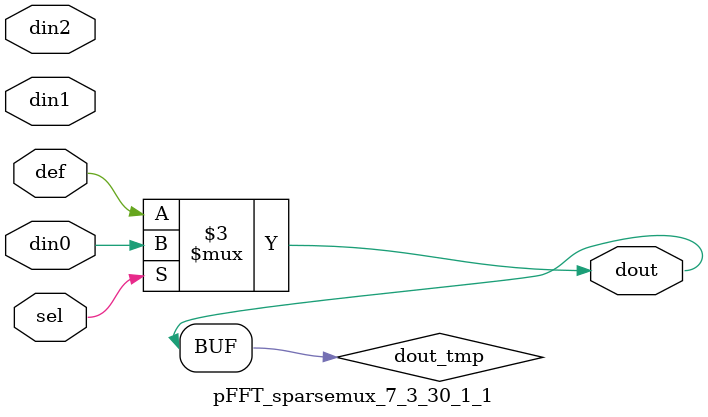
<source format=v>
`timescale 1ns / 1ps

module pFFT_sparsemux_7_3_30_1_1 (din0,din1,din2,def,sel,dout);

parameter din0_WIDTH = 1;

parameter din1_WIDTH = 1;

parameter din2_WIDTH = 1;

parameter def_WIDTH = 1;
parameter sel_WIDTH = 1;
parameter dout_WIDTH = 1;

parameter [sel_WIDTH-1:0] CASE0 = 1;

parameter [sel_WIDTH-1:0] CASE1 = 1;

parameter [sel_WIDTH-1:0] CASE2 = 1;

parameter ID = 1;
parameter NUM_STAGE = 1;



input [din0_WIDTH-1:0] din0;

input [din1_WIDTH-1:0] din1;

input [din2_WIDTH-1:0] din2;

input [def_WIDTH-1:0] def;
input [sel_WIDTH-1:0] sel;

output [dout_WIDTH-1:0] dout;



reg [dout_WIDTH-1:0] dout_tmp;


always @ (*) begin
(* parallel_case *) case (sel)
    
    CASE0 : dout_tmp = din0;
    
    CASE1 : dout_tmp = din1;
    
    CASE2 : dout_tmp = din2;
    
    default : dout_tmp = def;
endcase
end


assign dout = dout_tmp;



endmodule

</source>
